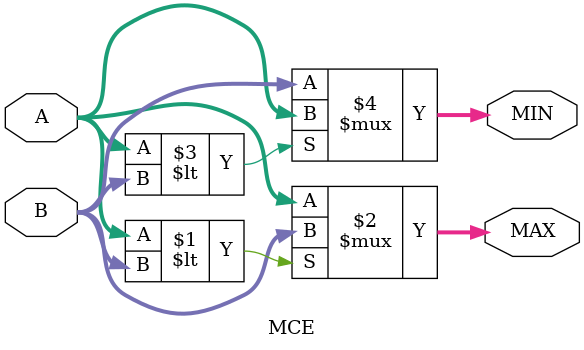
<source format=sv>

module MCE( A, B, MAX, MIN );

	parameter WIDTH = 8;
	
	input [WIDTH-1 : 0] A;
	input [WIDTH-1 : 0] B;
	output [WIDTH-1 : 0] MAX;
	output [WIDTH-1 : 0] MIN;

	assign MAX = ( A < B ) ? B : A;
	assign MIN = ( A < B ) ? A : B;

endmodule

</source>
